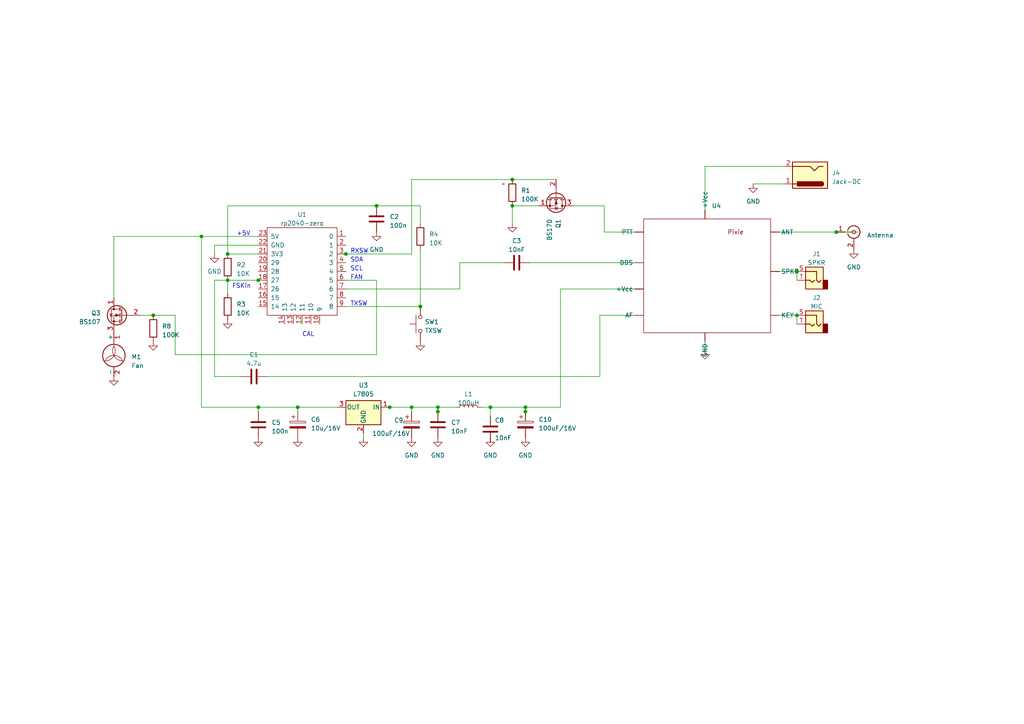
<source format=kicad_sch>
(kicad_sch (version 20230121) (generator eeschema)
  (paper "A4")
  (title_block (title "PixiePico") (rev "1.0") (company "LU7DZ") (comment 1 "Digital Transceiver"))
  (lib_symbols
    (symbol "C_1" (pin_numbers hide) (pin_names (offset 0.254) hide)
      (property "Reference" "C" (at 0.635 2.54 0))
      (property "Value" "C" (at 0.635 -2.54 0))
      (symbol "C_1_0_1"
        (polyline (pts (xy -2.032 -0.762) (xy 2.032 -0.762)) (stroke (width 0.508)))
        (polyline (pts (xy -2.032 0.762) (xy 2.032 0.762)) (stroke (width 0.508)))
      )
      (symbol "C_1_1_1"
        (pin passive line (at 0 3.81 270) (length 2.794) (name "~") (number "1"))
        (pin passive line (at 0 -3.81 90) (length 2.794) (name "~") (number "2"))
      )
    )
    (symbol "Connector:Conn_Coaxial" (pin_names (offset 1.016) hide)
      (property "Reference" "J" (at 0.254 3.048 0))
      (property "Value" "Conn_Coaxial" (at 2.921 0 90))
      (symbol "Conn_Coaxial_0_1"
        (arc (start -1.778 -0.508) (mid 0.2311 -1.8066) (end 1.778 0) (stroke (width 0.254)))
        (polyline (pts (xy -2.54 0) (xy -0.508 0)))
        (polyline (pts (xy 0 -2.54) (xy 0 -1.778)))
        (circle (center 0 0) (radius 0.508) (stroke (width 0.2032)))
        (arc (start 1.778 0) (mid 0.2099 1.8101) (end -1.778 0.508) (stroke (width 0.254)))
      )
      (symbol "Conn_Coaxial_1_1"
        (pin passive line (at -5.08 0 0) (length 2.54) (name "In") (number "1"))
        (pin passive line (at 0 -5.08 90) (length 2.54) (name "Ext") (number "2"))
      )
    )
    (symbol "Connector:Jack-DC" (pin_names (offset 1.016))
      (property "Reference" "J" (at 0 5.334 0))
      (property "Value" "Jack-DC" (at 0 -5.08 0))
      (symbol "Jack-DC_0_1"
        (rectangle (start -5.08 3.81) (end 5.08 -3.81) (stroke (width 0.254)) (fill (type background)))
        (arc (start -3.302 3.175) (mid -3.9343 2.54) (end -3.302 1.905) (stroke (width 0.254)))
        (arc (start -3.302 3.175) (mid -3.9343 2.54) (end -3.302 1.905) (stroke (width 0.254)) (fill (type outline)))
        (polyline (pts (xy 5.08 2.54) (xy 3.81 2.54)) (stroke (width 0.254)))
        (polyline (pts (xy -3.81 -2.54) (xy -2.54 -2.54) (xy -1.27 -1.27) (xy 0 -2.54) (xy 2.54 -2.54) (xy 5.08 -2.54)) (stroke (width 0.254)))
        (rectangle (start 3.683 3.175) (end -3.302 1.905) (stroke (width 0.254)) (fill (type outline)))
      )
      (symbol "Jack-DC_1_1"
        (pin passive line (at 7.62 2.54 180) (length 2.54) (name "~") (number "1"))
        (pin passive line (at 7.62 -2.54 180) (length 2.54) (name "~") (number "2"))
      )
    )
    (symbol "Connector_Audio:AudioJack2"
      (property "Reference" "J" (at 0 8.89 0))
      (property "Value" "AudioJack2" (at 0 6.35 0))
      (symbol "AudioJack2_0_1"
        (rectangle (start -3.81 0) (end -2.54 -2.54) (stroke (width 0.254)) (fill (type outline)))
        (rectangle (start -2.54 3.81) (end 2.54 -2.54) (stroke (width 0.254)) (fill (type background)))
        (polyline (pts (xy 0 0) (xy 0.635 -0.635) (xy 1.27 0) (xy 2.54 0)) (stroke (width 0.254)))
        (polyline (pts (xy 2.54 2.54) (xy -0.635 2.54) (xy -0.635 0) (xy -1.27 -0.635) (xy -1.905 0)) (stroke (width 0.254)))
      )
      (symbol "AudioJack2_1_1"
        (pin passive line (at 5.08 2.54 180) (length 2.54) (name "~") (number "S"))
        (pin passive line (at 5.08 0 180) (length 2.54) (name "~") (number "T"))
      )
    )
    (symbol "Device:C" (pin_numbers hide) (pin_names (offset 0.254))
      (property "Reference" "C" (at 0.635 2.54 0))
      (property "Value" "C" (at 0.635 -2.54 0))
      (symbol "C_0_1"
        (polyline (pts (xy -2.032 -0.762) (xy 2.032 -0.762)) (stroke (width 0.508)))
        (polyline (pts (xy -2.032 0.762) (xy 2.032 0.762)) (stroke (width 0.508)))
      )
      (symbol "C_1_1"
        (pin passive line (at 0 3.81 270) (length 2.794) (name "~") (number "1"))
        (pin passive line (at 0 -3.81 90) (length 2.794) (name "~") (number "2"))
      )
    )
    (symbol "Device:C_Polarized" (pin_numbers hide) (pin_names (offset 0.254))
      (property "Reference" "C" (at 0.635 2.54 0))
      (property "Value" "C_Polarized" (at 0.635 -2.54 0))
      (symbol "C_Polarized_0_1"
        (rectangle (start -2.286 0.508) (end 2.286 1.016))
        (polyline (pts (xy -1.778 2.286) (xy -0.762 2.286)))
        (polyline (pts (xy -1.27 2.794) (xy -1.27 1.778)))
        (rectangle (start 2.286 -0.508) (end -2.286 -1.016) (fill (type outline)))
      )
      (symbol "C_Polarized_1_1"
        (pin passive line (at 0 3.81 270) (length 2.794) (name "~") (number "1"))
        (pin passive line (at 0 -3.81 90) (length 2.794) (name "~") (number "2"))
      )
    )
    (symbol "Device:L" (pin_numbers hide) (pin_names (offset 1.016) hide)
      (property "Reference" "L" (at -1.27 0 90))
      (property "Value" "L" (at 1.905 0 90))
      (symbol "L_0_1"
        (arc (start 0 -2.54) (mid 0.6323 -1.905) (end 0 -1.27))
        (arc (start 0 -1.27) (mid 0.6323 -0.635) (end 0 0))
        (arc (start 0 0) (mid 0.6323 0.635) (end 0 1.27))
        (arc (start 0 1.27) (mid 0.6323 1.905) (end 0 2.54))
      )
      (symbol "L_1_1"
        (pin passive line (at 0 3.81 270) (length 1.27) (name "1") (number "1"))
        (pin passive line (at 0 -3.81 90) (length 1.27) (name "2") (number "2"))
      )
    )
    (symbol "Device:R" (pin_numbers hide) (pin_names (offset 0))
      (property "Reference" "R" (at 2.032 0 90))
      (property "Value" "R" (at 0 0 90))
      (symbol "R_0_1"
        (rectangle (start -1.016 -2.54) (end 1.016 2.54) (stroke (width 0.254)))
      )
      (symbol "R_1_1"
        (pin passive line (at 0 3.81 270) (length 1.27) (name "~") (number "1"))
        (pin passive line (at 0 -3.81 90) (length 1.27) (name "~") (number "2"))
      )
    )
    (symbol "GND_1" (power) (pin_numbers hide) (pin_names (offset 0) hide)
      (property "Value" "GND_1" (at 0 -3.81 0))
      (symbol "GND_1_0_1"
        (polyline (pts (xy 0 0) (xy 0 -1.27) (xy 1.27 -1.27) (xy 0 -2.54) (xy -1.27 -1.27) (xy 0 -1.27)))
      )
      (symbol "GND_1_1_1"
        (pin power_in line (at 0 0 270) (length 0) hide (name "GND") (number "1"))
      )
    )
    (symbol "GND_10" (power) (pin_numbers hide) (pin_names (offset 0) hide)
      (property "Value" "GND_10" (at 0 -3.81 0))
      (symbol "GND_10_0_1"
        (polyline (pts (xy 0 0) (xy 0 -1.27) (xy 1.27 -1.27) (xy 0 -2.54) (xy -1.27 -1.27) (xy 0 -1.27)))
      )
      (symbol "GND_10_1_1"
        (pin power_in line (at 0 0 270) (length 0) hide (name "GND") (number "1"))
      )
    )
    (symbol "GND_11" (power) (pin_numbers hide) (pin_names (offset 0) hide)
      (property "Value" "GND_11" (at 0 -3.81 0))
      (symbol "GND_11_0_1"
        (polyline (pts (xy 0 0) (xy 0 -1.27) (xy 1.27 -1.27) (xy 0 -2.54) (xy -1.27 -1.27) (xy 0 -1.27)))
      )
      (symbol "GND_11_1_1"
        (pin power_in line (at 0 0 270) (length 0) hide (name "GND") (number "1"))
      )
    )
    (symbol "GND_16" (power) (pin_numbers hide) (pin_names (offset 0) hide)
      (property "Value" "GND_16" (at 0 -3.81 0))
      (symbol "GND_16_0_1"
        (polyline (pts (xy 0 0) (xy 0 -1.27) (xy 1.27 -1.27) (xy 0 -2.54) (xy -1.27 -1.27) (xy 0 -1.27)))
      )
      (symbol "GND_16_1_1"
        (pin power_in line (at 0 0 270) (length 0) hide (name "GND") (number "1"))
      )
    )
    (symbol "GND_17" (power) (pin_numbers hide) (pin_names (offset 0) hide)
      (property "Value" "GND_17" (at 0 -3.81 0))
      (symbol "GND_17_0_1"
        (polyline (pts (xy 0 0) (xy 0 -1.27) (xy 1.27 -1.27) (xy 0 -2.54) (xy -1.27 -1.27) (xy 0 -1.27)))
      )
      (symbol "GND_17_1_1"
        (pin power_in line (at 0 0 270) (length 0) hide (name "GND") (number "1"))
      )
    )
    (symbol "GND_18" (power) (pin_numbers hide) (pin_names (offset 0) hide)
      (property "Value" "GND_18" (at 0 -3.81 0))
      (symbol "GND_18_0_1"
        (polyline (pts (xy 0 0) (xy 0 -1.27) (xy 1.27 -1.27) (xy 0 -2.54) (xy -1.27 -1.27) (xy 0 -1.27)))
      )
      (symbol "GND_18_1_1"
        (pin power_in line (at 0 0 270) (length 0) hide (name "GND") (number "1"))
      )
    )
    (symbol "GND_2" (power) (pin_numbers hide) (pin_names (offset 0) hide)
      (property "Value" "GND_2" (at 0 -3.81 0))
      (symbol "GND_2_0_1"
        (polyline (pts (xy 0 0) (xy 0 -1.27) (xy 1.27 -1.27) (xy 0 -2.54) (xy -1.27 -1.27) (xy 0 -1.27)))
      )
      (symbol "GND_2_1_1"
        (pin power_in line (at 0 0 270) (length 0) hide (name "GND") (number "1"))
      )
    )
    (symbol "GND_3" (power) (pin_numbers hide) (pin_names (offset 0) hide)
      (property "Value" "GND_3" (at 0 -3.81 0))
      (symbol "GND_3_0_1"
        (polyline (pts (xy 0 0) (xy 0 -1.27) (xy 1.27 -1.27) (xy 0 -2.54) (xy -1.27 -1.27) (xy 0 -1.27)))
      )
      (symbol "GND_3_1_1"
        (pin power_in line (at 0 0 270) (length 0) hide (name "GND") (number "1"))
      )
    )
    (symbol "GND_4" (power) (pin_numbers hide) (pin_names (offset 0) hide)
      (property "Value" "GND_4" (at 0 -3.81 0))
      (symbol "GND_4_0_1"
        (polyline (pts (xy 0 0) (xy 0 -1.27) (xy 1.27 -1.27) (xy 0 -2.54) (xy -1.27 -1.27) (xy 0 -1.27)))
      )
      (symbol "GND_4_1_1"
        (pin power_in line (at 0 0 270) (length 0) hide (name "GND") (number "1"))
      )
    )
    (symbol "GND_5" (power) (pin_numbers hide) (pin_names (offset 0) hide)
      (property "Value" "GND_5" (at 0 -3.81 0))
      (symbol "GND_5_0_1"
        (polyline (pts (xy 0 0) (xy 0 -1.27) (xy 1.27 -1.27) (xy 0 -2.54) (xy -1.27 -1.27) (xy 0 -1.27)))
      )
      (symbol "GND_5_1_1"
        (pin power_in line (at 0 0 270) (length 0) hide (name "GND") (number "1"))
      )
    )
    (symbol "GND_6" (power) (pin_numbers hide) (pin_names (offset 0) hide)
      (property "Value" "GND_6" (at 0 -3.81 0))
      (symbol "GND_6_0_1"
        (polyline (pts (xy 0 0) (xy 0 -1.27) (xy 1.27 -1.27) (xy 0 -2.54) (xy -1.27 -1.27) (xy 0 -1.27)))
      )
      (symbol "GND_6_1_1"
        (pin power_in line (at 0 0 270) (length 0) hide (name "GND") (number "1"))
      )
    )
    (symbol "GND_7" (power) (pin_numbers hide) (pin_names (offset 0) hide)
      (property "Value" "GND_7" (at 0 -3.81 0))
      (symbol "GND_7_0_1"
        (polyline (pts (xy 0 0) (xy 0 -1.27) (xy 1.27 -1.27) (xy 0 -2.54) (xy -1.27 -1.27) (xy 0 -1.27)))
      )
      (symbol "GND_7_1_1"
        (pin power_in line (at 0 0 270) (length 0) hide (name "GND") (number "1"))
      )
    )
    (symbol "GND_8" (power) (pin_numbers hide) (pin_names (offset 0) hide)
      (property "Value" "GND_8" (at 0 -3.81 0))
      (symbol "GND_8_0_1"
        (polyline (pts (xy 0 0) (xy 0 -1.27) (xy 1.27 -1.27) (xy 0 -2.54) (xy -1.27 -1.27) (xy 0 -1.27)))
      )
      (symbol "GND_8_1_1"
        (pin power_in line (at 0 0 270) (length 0) hide (name "GND") (number "1"))
      )
    )
    (symbol "GND_9" (power) (pin_numbers hide) (pin_names (offset 0) hide)
      (property "Value" "GND_9" (at 0 -3.81 0))
      (symbol "GND_9_0_1"
        (polyline (pts (xy 0 0) (xy 0 -1.27) (xy 1.27 -1.27) (xy 0 -2.54) (xy -1.27 -1.27) (xy 0 -1.27)))
      )
      (symbol "GND_9_1_1"
        (pin power_in line (at 0 0 270) (length 0) hide (name "GND") (number "1"))
      )
    )
    (symbol "Motor:Fan" (pin_names (offset 0))
      (property "Reference" "M" (at 2.54 5.08 0))
      (property "Value" "Fan" (at 2.54 -2.54 0))
      (symbol "Fan_0_1"
        (arc (start -2.54 -0.508) (mid 0.0028 0.9121) (end 0 3.81))
        (polyline (pts (xy 0 -5.08) (xy 0 -4.572)))
        (polyline (pts (xy 0 -2.2352) (xy 0 -2.6416)))
        (polyline (pts (xy 0 4.2672) (xy 0 4.6228)))
        (polyline (pts (xy 0 4.572) (xy 0 5.08)))
        (circle (center 0 1.016) (radius 3.2512) (stroke (width 0.254)))
        (arc (start 0 3.81) (mid 0.053 0.921) (end 2.54 -0.508))
        (arc (start 2.54 -0.508) (mid 0 1.0618) (end -2.54 -0.508))
      )
      (symbol "Fan_1_1"
        (pin passive line (at 0 7.62 270) (length 2.54) (name "+") (number "1"))
        (pin passive line (at 0 -5.08 90) (length 2.54) (name "-") (number "2"))
      )
    )
    (symbol "Regulator_Linear:L7805" (pin_names (offset 0.254))
      (property "Reference" "U" (at -3.81 3.175 0))
      (property "Value" "L7805" (at 0 3.175 0))
      (symbol "L7805_0_1"
        (rectangle (start -5.08 1.905) (end 5.08 -5.08) (stroke (width 0.254)) (fill (type background)))
      )
      (symbol "L7805_1_1"
        (pin power_in line (at -7.62 0 0) (length 2.54) (name "IN") (number "1"))
        (pin power_in line (at 0 -7.62 90) (length 2.54) (name "GND") (number "2"))
        (pin power_out line (at 7.62 0 180) (length 2.54) (name "OUT") (number "3"))
      )
    )
    (symbol "Switch:SW_Push" (pin_numbers hide) (pin_names (offset 1.016) hide)
      (property "Reference" "SW" (at 1.27 2.54 0))
      (property "Value" "SW_Push" (at 0 -1.524 0))
      (symbol "SW_Push_0_1"
        (circle (center -2.032 0) (radius 0.508))
        (polyline (pts (xy 0 1.27) (xy 0 3.048)))
        (polyline (pts (xy 2.54 1.27) (xy -2.54 1.27)))
        (circle (center 2.032 0) (radius 0.508))
        (pin passive line (at -5.08 0 0) (length 2.54) (name "1") (number "1"))
        (pin passive line (at 5.08 0 180) (length 2.54) (name "2") (number "2"))
      )
    )
    (symbol "Transistor_FET:2N7000" (pin_names hide)
      (property "Reference" "Q" (at 5.08 1.905 0))
      (property "Value" "2N7000" (at 5.08 0 0))
      (symbol "2N7000_0_1"
        (polyline (pts (xy 0.254 0) (xy -2.54 0)))
        (polyline (pts (xy 0.254 1.905) (xy 0.254 -1.905)) (stroke (width 0.254)))
        (polyline (pts (xy 0.762 -1.27) (xy 0.762 -2.286)) (stroke (width 0.254)))
        (polyline (pts (xy 0.762 0.508) (xy 0.762 -0.508)) (stroke (width 0.254)))
        (polyline (pts (xy 0.762 2.286) (xy 0.762 1.27)) (stroke (width 0.254)))
        (polyline (pts (xy 2.54 2.54) (xy 2.54 1.778)))
        (polyline (pts (xy 2.54 -2.54) (xy 2.54 0) (xy 0.762 0)))
        (polyline (pts (xy 0.762 -1.778) (xy 3.302 -1.778) (xy 3.302 1.778) (xy 0.762 1.778)))
        (polyline (pts (xy 1.016 0) (xy 2.032 0.381) (xy 2.032 -0.381) (xy 1.016 0)) (fill (type outline)))
        (polyline (pts (xy 2.794 0.508) (xy 2.921 0.381) (xy 3.683 0.381) (xy 3.81 0.254)))
        (polyline (pts (xy 3.302 0.381) (xy 2.921 -0.254) (xy 3.683 -0.254) (xy 3.302 0.381)))
        (circle (center 1.651 0) (radius 2.794) (stroke (width 0.254)))
        (circle (center 2.54 -1.778) (radius 0.254) (fill (type outline)))
        (circle (center 2.54 1.778) (radius 0.254) (fill (type outline)))
      )
      (symbol "2N7000_1_1"
        (pin passive line (at 2.54 -5.08 90) (length 2.54) (name "S") (number "1"))
        (pin input line (at -5.08 0 0) (length 2.54) (name "G") (number "2"))
        (pin passive line (at 2.54 5.08 270) (length 2.54) (name "D") (number "3"))
      )
    )
    (symbol "Transistor_FET:BS107" (pin_names hide)
      (property "Reference" "Q" (at 5.08 1.905 0))
      (property "Value" "BS107" (at 5.08 0 0))
      (symbol "BS107_0_1"
        (polyline (pts (xy 0.254 0) (xy -2.54 0)))
        (polyline (pts (xy 0.254 1.905) (xy 0.254 -1.905)) (stroke (width 0.254)))
        (polyline (pts (xy 0.762 -1.27) (xy 0.762 -2.286)) (stroke (width 0.254)))
        (polyline (pts (xy 0.762 0.508) (xy 0.762 -0.508)) (stroke (width 0.254)))
        (polyline (pts (xy 0.762 2.286) (xy 0.762 1.27)) (stroke (width 0.254)))
        (polyline (pts (xy 2.54 2.54) (xy 2.54 1.778)))
        (polyline (pts (xy 2.54 -2.54) (xy 2.54 0) (xy 0.762 0)))
        (polyline (pts (xy 0.762 -1.778) (xy 3.302 -1.778) (xy 3.302 1.778) (xy 0.762 1.778)))
        (polyline (pts (xy 1.016 0) (xy 2.032 0.381) (xy 2.032 -0.381) (xy 1.016 0)) (fill (type outline)))
        (polyline (pts (xy 2.794 0.508) (xy 2.921 0.381) (xy 3.683 0.381) (xy 3.81 0.254)))
        (polyline (pts (xy 3.302 0.381) (xy 2.921 -0.254) (xy 3.683 -0.254) (xy 3.302 0.381)))
        (circle (center 1.651 0) (radius 2.794) (stroke (width 0.254)))
        (circle (center 2.54 -1.778) (radius 0.254) (fill (type outline)))
        (circle (center 2.54 1.778) (radius 0.254) (fill (type outline)))
      )
      (symbol "BS107_1_1"
        (pin passive line (at 2.54 5.08 270) (length 2.54) (name "D") (number "1"))
        (pin input line (at -5.08 0 0) (length 2.54) (name "G") (number "2"))
        (pin passive line (at 2.54 -5.08 90) (length 2.54) (name "S") (number "3"))
      )
    )
    (symbol "mcu:PixieZ"
      (property "Reference" "U" (at -49.53 83.82 0))
      (symbol "PixieZ_0_1"
        (rectangle (start -8.89 73.66) (end 27.94 40.64))
        (text "Pixie" (at 17.78 69.85 0) (effects (font (size 1.27 1.27))))
      )
      (symbol "PixieZ_1_1"
        (pin input line (at -8.89 53.34 180) (length 2.54) (name "+Vcc") (number ""))
        (pin input line (at 8.89 73.66 90) (length 2.54) (name "+Vcc") (number ""))
        (pin input line (at -8.89 45.72 180) (length 2.54) (name "AF") (number ""))
        (pin input line (at 27.94 69.85 0) (length 2.54) (name "ANT") (number ""))
        (pin input line (at -8.89 60.96 180) (length 2.54) (name "DDS") (number ""))
        (pin input line (at 8.89 40.64 270) (length 2.54) (name "GND") (number ""))
        (pin input line (at 27.94 45.72 0) (length 2.54) (name "KEY") (number ""))
        (pin input line (at -8.89 69.85 180) (length 2.54) (name "PTT") (number ""))
        (pin input line (at 27.94 58.42 0) (length 2.54) (name "SPKR") (number ""))
      )
    )
    (symbol "mcu:rp2040-zero" (pin_names (offset 1.016))
      (property "Reference" "U" (at 0 15.24 0))
      (property "Value" "rp2040-zero" (at 0 12.7 0))
      (symbol "rp2040-zero_0_1"
        (rectangle (start -10.16 11.43) (end 10.16 -13.97))
      )
      (symbol "rp2040-zero_1_1"
        (pin bidirectional line (at 12.7 8.89 180) (length 2.54) (name "0") (number "1"))
        (pin bidirectional line (at 5.08 -16.51 90) (length 2.54) (name "9") (number "10"))
        (pin bidirectional line (at 2.54 -16.51 90) (length 2.54) (name "10") (number "11"))
        (pin bidirectional line (at 0 -16.51 90) (length 2.54) (name "11") (number "12"))
        (pin bidirectional line (at -2.54 -16.51 90) (length 2.54) (name "12") (number "13"))
        (pin bidirectional line (at -5.08 -16.51 90) (length 2.54) (name "13") (number "14"))
        (pin bidirectional line (at -12.7 -11.43 0) (length 2.54) (name "14") (number "15"))
        (pin bidirectional line (at -12.7 -8.89 0) (length 2.54) (name "15") (number "16"))
        (pin bidirectional line (at -12.7 -6.35 0) (length 2.54) (name "26") (number "17"))
        (pin bidirectional line (at -12.7 -3.81 0) (length 2.54) (name "27") (number "18"))
        (pin bidirectional line (at -12.7 -1.27 0) (length 2.54) (name "28") (number "19"))
        (pin bidirectional line (at 12.7 6.35 180) (length 2.54) (name "1") (number "2"))
        (pin bidirectional line (at -12.7 1.27 0) (length 2.54) (name "29") (number "20"))
        (pin power_out line (at -12.7 3.81 0) (length 2.54) (name "3V3") (number "21"))
        (pin power_out line (at -12.7 6.35 0) (length 2.54) (name "GND") (number "22"))
        (pin power_out line (at -12.7 8.89 0) (length 2.54) (name "5V") (number "23"))
        (pin bidirectional line (at 12.7 3.81 180) (length 2.54) (name "2") (number "3"))
        (pin bidirectional line (at 12.7 1.27 180) (length 2.54) (name "3") (number "4"))
        (pin bidirectional line (at 12.7 -1.27 180) (length 2.54) (name "4") (number "5"))
        (pin bidirectional line (at 12.7 -3.81 180) (length 2.54) (name "5") (number "6"))
        (pin bidirectional line (at 12.7 -6.35 180) (length 2.54) (name "6") (number "7"))
        (pin bidirectional line (at 12.7 -8.89 180) (length 2.54) (name "7") (number "8"))
        (pin bidirectional line (at 12.7 -11.43 180) (length 2.54) (name "8") (number "9"))
      )
    )
    (symbol "power:GND" (power) (pin_numbers hide) (pin_names (offset 0) hide)
      (property "Value" "GND" (at 0 -3.81 0))
      (symbol "GND_0_1"
        (polyline (pts (xy 0 0) (xy 0 -1.27) (xy 1.27 -1.27) (xy 0 -2.54) (xy -1.27 -1.27) (xy 0 -1.27)))
      )
      (symbol "GND_1_1"
        (pin power_in line (at 0 0 270) (length 0) hide (name "GND") (number "1"))
      )
    )
  )
  (junction (at 152.4 118.11))
  (junction (at 119.38 118.11))
  (junction (at 152.4 119.38))
  (junction (at 127 118.11))
  (junction (at 148.59 59.69))
  (junction (at 127 119.38))
  (junction (at 66.04 73.66))
  (junction (at 109.22 59.69))
  (junction (at 74.93 81.28))
  (junction (at 142.24 118.11))
  (junction (at 44.45 91.44))
  (junction (at 74.93 118.11))
  (junction (at 66.04 81.28))
  (junction (at 231.14 78.74))
  (junction (at 231.14 91.44))
  (junction (at 242.57 67.31))
  (junction (at 100.33 73.66))
  (junction (at 148.59 52.07))
  (junction (at 121.92 88.9))
  (junction (at 86.36 118.11))
  (junction (at 58.42 68.58))
  (junction (at 113.03 118.11))
  (wire (pts (xy 148.59 52.07) (xy 161.29 52.07)))
  (wire (pts (xy 74.93 118.11) (xy 74.93 119.38)))
  (wire (pts (xy 77.47 109.22) (xy 173.99 109.22)))
  (wire (pts (xy 204.47 48.26) (xy 227.33 48.26)))
  (wire (pts (xy 121.92 59.69) (xy 121.92 64.77)))
  (wire (pts (xy 74.93 73.66) (xy 66.04 73.66)))
  (wire (pts (xy 62.23 71.12) (xy 62.23 73.66)))
  (wire (pts (xy 133.35 76.2) (xy 146.05 76.2)))
  (wire (pts (xy 66.04 81.28) (xy 74.93 81.28)))
  (wire (pts (xy 100.33 83.82) (xy 133.35 83.82)))
  (wire (pts (xy 127 118.11) (xy 127 119.38)))
  (wire (pts (xy 184.15 67.31) (xy 175.26 67.31)))
  (wire (pts (xy 111.76 118.11) (xy 113.03 118.11)))
  (wire (pts (xy 109.22 102.87) (xy 50.8 102.87)))
  (wire (pts (xy 40.64 91.44) (xy 44.45 91.44)))
  (wire (pts (xy 142.24 118.11) (xy 152.4 118.11)))
  (wire (pts (xy 74.93 81.28) (xy 76.2 81.28)))
  (wire (pts (xy 152.4 118.11) (xy 162.56 118.11)))
  (wire (pts (xy 224.79 78.74) (xy 231.14 78.74)))
  (wire (pts (xy 153.67 76.2) (xy 184.15 76.2)))
  (wire (pts (xy 204.47 99.06) (xy 204.47 101.6)))
  (wire (pts (xy 86.36 118.11) (xy 86.36 119.38)))
  (wire (pts (xy 152.4 119.38) (xy 152.4 120.65)))
  (wire (pts (xy 99.06 73.66) (xy 100.33 73.66)))
  (wire (pts (xy 62.23 81.28) (xy 62.23 109.22)))
  (wire (pts (xy 173.99 91.44) (xy 185.42 91.44)))
  (wire (pts (xy 58.42 68.58) (xy 58.42 118.11)))
  (wire (pts (xy 66.04 59.69) (xy 109.22 59.69)))
  (wire (pts (xy 127 118.11) (xy 132.08 118.11)))
  (wire (pts (xy 87.63 92.71) (xy 87.63 93.98)))
  (wire (pts (xy 204.47 48.26) (xy 204.47 62.23)))
  (wire (pts (xy 99.06 78.74) (xy 100.33 78.74)))
  (wire (pts (xy 148.59 59.69) (xy 148.59 64.77)))
  (wire (pts (xy 66.04 81.28) (xy 66.04 85.09)))
  (wire (pts (xy 86.36 118.11) (xy 74.93 118.11)))
  (wire (pts (xy 62.23 109.22) (xy 69.85 109.22)))
  (wire (pts (xy 119.38 118.11) (xy 119.38 119.38)))
  (wire (pts (xy 50.8 102.87) (xy 50.8 91.44)))
  (wire (pts (xy 224.79 91.44) (xy 231.14 91.44)))
  (wire (pts (xy 175.26 59.69) (xy 175.26 67.31)))
  (wire (pts (xy 231.14 78.74) (xy 231.14 81.28)))
  (wire (pts (xy 100.33 81.28) (xy 109.22 81.28)))
  (wire (pts (xy 173.99 91.44) (xy 173.99 109.22)))
  (wire (pts (xy 162.56 83.82) (xy 185.42 83.82)))
  (wire (pts (xy 127 119.38) (xy 127 120.65)))
  (wire (pts (xy 99.06 76.2) (xy 100.33 76.2)))
  (wire (pts (xy 58.42 118.11) (xy 74.93 118.11)))
  (wire (pts (xy 62.23 81.28) (xy 66.04 81.28)))
  (wire (pts (xy 58.42 68.58) (xy 74.93 68.58)))
  (wire (pts (xy 119.38 73.66) (xy 119.38 52.07)))
  (wire (pts (xy 33.02 68.58) (xy 58.42 68.58)))
  (wire (pts (xy 119.38 52.07) (xy 148.59 52.07)))
  (wire (pts (xy 142.24 118.11) (xy 142.24 120.65)))
  (wire (pts (xy 152.4 118.11) (xy 152.4 119.38)))
  (wire (pts (xy 139.7 118.11) (xy 142.24 118.11)))
  (wire (pts (xy 100.33 88.9) (xy 121.92 88.9)))
  (wire (pts (xy 44.45 91.44) (xy 50.8 91.44)))
  (wire (pts (xy 105.41 125.73) (xy 105.41 127)))
  (wire (pts (xy 121.92 72.39) (xy 121.92 88.9)))
  (wire (pts (xy 66.04 73.66) (xy 66.04 59.69)))
  (wire (pts (xy 162.56 118.11) (xy 162.56 83.82)))
  (wire (pts (xy 97.79 118.11) (xy 86.36 118.11)))
  (wire (pts (xy 113.03 118.11) (xy 119.38 118.11)))
  (wire (pts (xy 148.59 59.69) (xy 156.21 59.69)))
  (wire (pts (xy 109.22 81.28) (xy 109.22 102.87)))
  (wire (pts (xy 226.06 67.31) (xy 242.57 67.31)))
  (wire (pts (xy 166.37 59.69) (xy 175.26 59.69)))
  (wire (pts (xy 74.93 71.12) (xy 62.23 71.12)))
  (wire (pts (xy 119.38 118.11) (xy 127 118.11)))
  (wire (pts (xy 242.57 67.31) (xy 248.92 67.31)))
  (wire (pts (xy 109.22 59.69) (xy 121.92 59.69)))
  (wire (pts (xy 33.02 86.36) (xy 33.02 68.58)))
  (wire (pts (xy 100.33 73.66) (xy 119.38 73.66)))
  (wire (pts (xy 133.35 83.82) (xy 133.35 76.2)))
  (wire (pts (xy 218.44 53.34) (xy 227.33 53.34)))
  (wire (pts (xy 231.14 91.44) (xy 231.14 93.98)))
  (text "FSKin" (at 67.31 83.82 0) (effects (font (size 1.27 1.27)) (justify left bottom)))
  (text "FAN" (at 101.6 81.28 0) (effects (font (size 1.27 1.27)) (justify left bottom)))
  (text "RXSW" (at 101.6 73.66 0) (effects (font (size 1.27 1.27)) (justify left bottom)))
  (text "SDA" (at 101.6 76.2 0) (effects (font (size 1.27 1.27)) (justify left bottom)))
  (text "SCL" (at 101.6 78.74 0) (effects (font (size 1.27 1.27)) (justify left bottom)))
  (text "CAL" (at 87.63 97.79 0) (effects (font (size 1.27 1.27)) (justify left bottom)))
  (text "+5V" (at 68.58 68.58 0) (effects (font (size 1.27 1.27)) (justify left bottom)))
  (text "TXSW" (at 101.6 88.9 0) (effects (font (size 1.27 1.27)) (justify left bottom)))
  (symbol (lib_id "Device:C") (at 73.66 109.22 90) (unit 1)
    (property "Reference" "C1" (at 73.66 102.87 90))
    (property "Value" "4.7u" (at 73.66 105.41 90))
  )
  (symbol (lib_name "GND_6") (lib_id "power:GND") (at 142.24 127 0) (unit 1)
    (property "Reference" "#PWR018" (effects hide))
    (property "Value" "GND" (at 142.24 132.08 0))
  )
  (symbol (lib_name "GND_7") (lib_id "power:GND") (at 152.4 127 0) (unit 1)
    (property "Reference" "#PWR019" (effects hide))
    (property "Value" "GND" (at 152.4 132.08 0))
  )
  (symbol (lib_id "Device:R") (at 148.59 55.88 0) (unit 1)
    (property "Reference" "R1" (at 151.13 55.245 0) (effects (justify left)))
    (property "Value" "100K" (at 151.13 57.785 0) (effects (justify left)))
  )
  (symbol (lib_name "GND_16") (lib_id "power:GND") (at 148.59 64.77 0) (unit 1)
    (property "Reference" "#PWR07" (effects hide))
    (property "Value" "GND" (effects hide))
  )
  (symbol (lib_id "mcu:rp2040-zero") (at 87.63 77.47 0) (unit 1)
    (property "Reference" "U1" (at 87.63 62.23 0))
    (property "Value" "rp2040-zero" (at 87.63 64.77 0))
  )
  (symbol (lib_id "Device:C") (at 109.22 63.5 0) (unit 1)
    (property "Reference" "C2" (at 113.03 62.865 0) (effects (justify left)))
    (property "Value" "100n" (at 113.03 65.405 0) (effects (justify left)))
  )
  (symbol (lib_name "GND_1") (lib_id "power:GND") (at 86.36 127 0) (unit 1)
    (property "Reference" "#PWR015" (effects hide))
    (property "Value" "GND" (effects hide))
  )
  (symbol (lib_name "GND_8") (lib_id "power:GND") (at 204.47 101.6 0) (unit 1)
    (property "Reference" "#PWR04" (effects hide))
    (property "Value" "GND" (effects hide))
  )
  (symbol (lib_id "Device:C_Polarized") (at 152.4 123.19 0) (unit 1)
    (property "Reference" "C10" (at 156.21 121.666 0) (effects (justify left)))
    (property "Value" "100uF/16V" (at 156.21 124.206 0) (effects (justify left)))
  )
  (symbol (lib_id "Connector:Conn_Coaxial") (at 247.65 67.31 0) (unit 1)
    (property "Reference" "J3" (effects hide))
    (property "Value" "Antenna" (at 251.46 68.2382 0) (effects (justify left)))
    (property "Datasheet" " ~" (effects hide))
  )
  (symbol (lib_id "Motor:Fan") (at 33.02 104.14 0) (unit 1)
    (property "Reference" "M1" (at 38.1 103.505 0) (effects (justify left)))
    (property "Value" "Fan" (at 38.1 106.045 0) (effects (justify left)))
  )
  (symbol (lib_name "GND_2") (lib_id "power:GND") (at 33.02 109.22 0) (unit 1)
    (property "Reference" "#PWR021" (effects hide))
    (property "Value" "GND" (effects hide))
  )
  (symbol (lib_name "GND_18") (lib_id "power:GND") (at 218.44 53.34 0) (unit 1)
    (property "Reference" "#PWR05" (effects hide))
    (property "Value" "GND" (at 218.44 58.42 0))
  )
  (symbol (lib_id "Device:R") (at 44.45 95.25 0) (unit 1)
    (property "Reference" "R8" (at 46.99 94.615 0) (effects (justify left)))
    (property "Value" "100K" (at 46.99 97.155 0) (effects (justify left)))
  )
  (symbol (lib_id "Device:R") (at 66.04 88.9 0) (unit 1)
    (property "Reference" "R3" (at 68.58 88.265 0) (effects (justify left)))
    (property "Value" "10K" (at 68.58 90.805 0) (effects (justify left)))
  )
  (symbol (lib_name "GND_5") (lib_id "power:GND") (at 127 127 0) (unit 1)
    (property "Reference" "#PWR017" (effects hide))
    (property "Value" "GND" (at 127 132.08 0))
  )
  (symbol (lib_id "Device:C") (at 149.86 76.2 90) (unit 1)
    (property "Reference" "C3" (at 149.86 69.85 90))
    (property "Value" "10nF" (at 149.86 72.39 90))
  )
  (symbol (lib_id "Device:R") (at 121.92 68.58 180) (unit 1)
    (property "Reference" "R4" (at 124.46 67.945 0) (effects (justify right)))
    (property "Value" "10K" (at 124.46 70.485 0) (effects (justify right)))
  )
  (symbol (lib_id "Transistor_FET:2N7000") (at 161.29 57.15 270) (unit 1)
    (property "Reference" "Q1" (at 161.925 63.5 0) (effects (justify left)))
    (property "Value" "BS170" (at 159.385 63.5 0) (effects (justify left)))
    (property "Footprint" "Package_TO_SOT_THT:TO-92_Inline" (effects hide))
    (property "Datasheet" "https://www.vishay.com/docs/70226/70226.pdf" (effects hide))
  )
  (symbol (lib_name "GND_3") (lib_id "power:GND") (at 105.41 127 0) (mirror y) (unit 1)
    (property "Reference" "#PWR03" (effects hide))
    (property "Value" "GND" (effects hide))
  )
  (symbol (lib_id "Device:C_Polarized") (at 119.38 123.19 0) (unit 1)
    (property "Reference" "C9" (at 114.3 121.92 0) (effects (justify left)))
    (property "Value" "100uF/16V" (at 107.95 125.73 0) (effects (justify left)))
  )
  (symbol (lib_name "GND_10") (lib_id "power:GND") (at 66.04 92.71 0) (unit 1)
    (property "Reference" "#PWR08" (effects hide))
    (property "Value" "GND" (effects hide))
  )
  (symbol (lib_id "Connector_Audio:AudioJack2") (at 236.22 81.28 0) (mirror y) (unit 1)
    (property "Reference" "J1" (at 236.855 73.66 0))
    (property "Value" "SPKR" (at 236.855 76.2 0))
  )
  (symbol (lib_name "GND_2") (lib_id "power:GND") (at 44.45 99.06 0) (unit 1)
    (property "Reference" "#PWR020" (effects hide))
    (property "Value" "GND" (effects hide))
  )
  (symbol (lib_name "GND_2") (lib_id "power:GND") (at 74.93 127 0) (unit 1)
    (property "Reference" "#PWR014" (effects hide))
    (property "Value" "GND" (effects hide))
  )
  (symbol (lib_id "mcu:PixieZ") (at 195.58 137.16 0) (unit 1)
    (property "Reference" "U4" (at 206.4259 59.69 0) (effects (justify left)))
    (property "Value" "~" (at 146.05 53.34 0))
  )
  (symbol (lib_id "Regulator_Linear:L7805") (at 105.41 118.11 0) (mirror y) (unit 1)
    (property "Reference" "U3" (at 105.41 111.76 0))
    (property "Value" "L7805" (at 105.41 114.3 0))
    (property "Datasheet" "http://www.st.com/content/ccc/resource/technical/document/datasheet/41/4f/b3/b0/12/d4/47/88/CD00000444.pdf/files/CD00000444.pdf/jcr:content/translations/en.CD00000444.pdf" (effects hide))
  )
  (symbol (lib_id "Device:C") (at 142.24 124.46 0) (unit 1)
    (property "Reference" "C8" (at 143.51 121.92 0) (effects (justify left)))
    (property "Value" "10nF" (at 143.51 127 0) (effects (justify left)))
  )
  (symbol (lib_id "Transistor_FET:BS107") (at 35.56 91.44 0) (mirror y) (unit 1)
    (property "Reference" "Q3" (at 29.21 90.805 0) (effects (justify left)))
    (property "Value" "BS107" (at 29.21 93.345 0) (effects (justify left)))
    (property "Footprint" "Package_TO_SOT_THT:TO-92_Inline" (effects hide))
    (property "Datasheet" "http://www.onsemi.com/pub_link/Collateral/BS107-D.PDF" (effects hide))
  )
  (symbol (lib_id "power:GND") (at 247.65 72.39 0) (unit 1)
    (property "Reference" "#PWR06" (effects hide))
    (property "Value" "GND" (at 247.65 77.47 0))
  )
  (symbol (lib_id "Device:C_Polarized") (at 86.36 123.19 0) (unit 1)
    (property "Reference" "C6" (at 90.17 121.666 0) (effects (justify left)))
    (property "Value" "10u/16V" (at 90.17 124.206 0) (effects (justify left)))
  )
  (symbol (lib_name "C_1") (lib_id "Device:C") (at 74.93 123.19 0) (unit 1)
    (property "Reference" "C5" (at 78.74 122.555 0) (effects (justify left)))
    (property "Value" "100n" (at 78.74 125.095 0) (effects (justify left)))
  )
  (symbol (lib_id "Switch:SW_Push") (at 121.92 93.98 90) (unit 1)
    (property "Reference" "SW1" (at 123.19 93.345 90) (effects (justify right)))
    (property "Value" "TXSW" (at 123.19 95.885 90) (effects (justify right)))
  )
  (symbol (lib_id "Connector_Audio:AudioJack2") (at 236.22 93.98 0) (mirror y) (unit 1)
    (property "Reference" "J2" (at 236.855 86.36 0))
    (property "Value" "MIC" (at 236.855 88.9 0))
  )
  (symbol (lib_name "GND_17") (lib_id "power:GND") (at 109.22 67.31 0) (unit 1)
    (property "Reference" "#PWR013" (effects hide))
    (property "Value" "GND" (at 109.22 72.39 0))
  )
  (symbol (lib_id "Device:R") (at 66.04 77.47 0) (unit 1)
    (property "Reference" "R2" (at 68.58 76.835 0) (effects (justify left)))
    (property "Value" "10K" (at 68.58 79.375 0) (effects (justify left)))
  )
  (symbol (lib_name "GND_4") (lib_id "power:GND") (at 119.38 127 0) (unit 1)
    (property "Reference" "#PWR016" (effects hide))
    (property "Value" "GND" (at 119.38 132.08 0))
  )
  (symbol (lib_name "GND_9") (lib_id "power:GND") (at 62.23 73.66 0) (unit 1)
    (property "Reference" "#PWR02" (effects hide))
    (property "Value" "GND" (at 62.23 78.74 0))
  )
  (symbol (lib_id "Device:L") (at 135.89 118.11 90) (unit 1)
    (property "Reference" "L1" (at 135.89 114.3 90))
    (property "Value" "100uH" (at 135.89 116.84 90))
  )
  (symbol (lib_id "Device:C") (at 127 123.19 0) (unit 1)
    (property "Reference" "C7" (at 130.81 122.555 0) (effects (justify left)))
    (property "Value" "10nF" (at 130.81 125.095 0) (effects (justify left)))
  )
  (symbol (lib_name "GND_11") (lib_id "power:GND") (at 121.92 99.06 0) (unit 1)
    (property "Reference" "#PWR09" (effects hide))
    (property "Value" "GND" (effects hide))
  )
  (symbol (lib_id "Connector:Jack-DC") (at 234.95 50.8 180) (unit 1)
    (property "Reference" "J4" (at 241.3 50.165 0) (effects (justify right)))
    (property "Value" "Jack-DC" (at 241.3 52.705 0) (effects (justify right)))
  )
)
</source>
